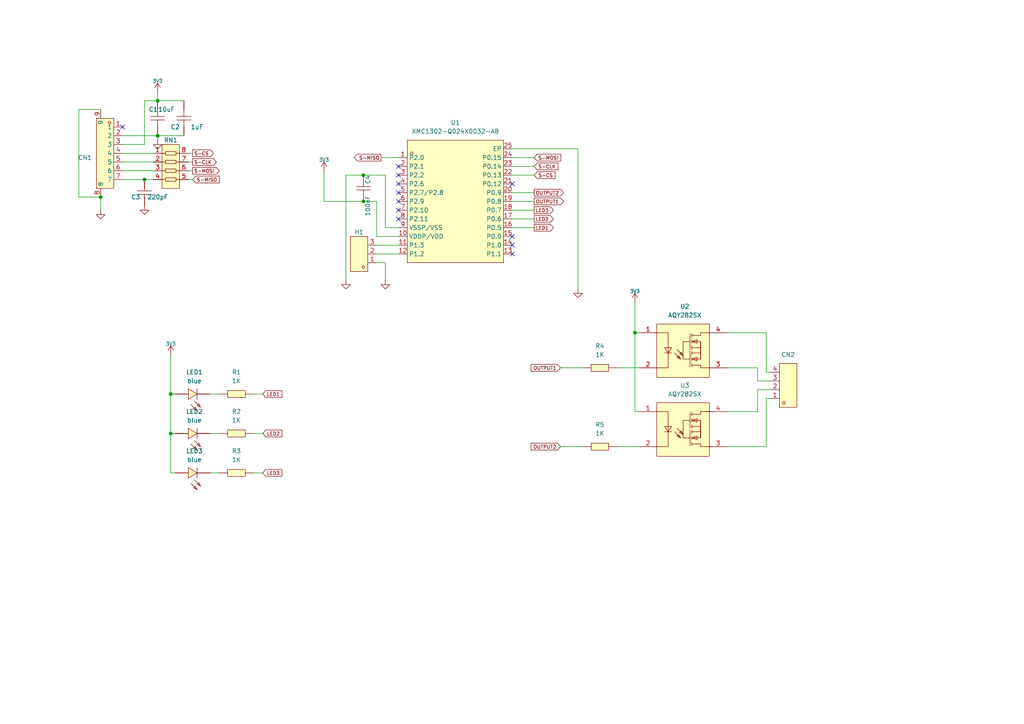
<source format=kicad_sch>
(kicad_sch (version 20230121) (generator eeschema)
  (paper "A4")
  (lib_symbols
    (symbol "AQY282SX_1" (pin_names hide)
      (property "Reference" "U" (at 0 10.16 0))
      (property "Value" "AQY282SX" (at 0 -10.16 0))
      (symbol "AQY282SX_1_0_1"
        (rectangle (start -7.62 7.62) (end 7.62 -7.87) (fill (type background)))
        (polyline (pts (xy -5.33 -0.76) (xy -3.3 -0.76)))
        (polyline (pts (xy -2.54 -0.76) (xy -0.76 -2.54)))
        (polyline (pts (xy -1.78 0.25) (xy 0 -1.52)))
        (polyline (pts (xy 0 -2.54) (xy 0 2.54)))
        (polyline (pts (xy 0 -2.54) (xy 2.03 -2.54)))
        (polyline (pts (xy 0 2.54) (xy 2.03 2.54)))
        (polyline (pts (xy 2.03 -0.25) (xy 2.03 -4.83)))
        (polyline (pts (xy 2.03 4.83) (xy 2.03 0.25)))
        (polyline (pts (xy 2.54 -4.83) (xy 2.54 -3.81)))
        (polyline (pts (xy 2.54 -3.05) (xy 2.54 -2.03)))
        (polyline (pts (xy 2.54 -0.25) (xy 2.54 -1.27)))
        (polyline (pts (xy 2.54 0.25) (xy 2.54 1.27)))
        (polyline (pts (xy 2.54 2.03) (xy 2.54 3.05)))
        (polyline (pts (xy 2.54 4.83) (xy 2.54 3.81)))
        (polyline (pts (xy 5.08 -4.32) (xy 2.54 -4.32)))
        (polyline (pts (xy 5.08 -2.54) (xy 5.08 0)))
        (polyline (pts (xy 5.08 0.76) (xy 2.54 0.76)))
        (polyline (pts (xy 6.6 -5.08) (xy 8.64 -5.08)))
        (polyline (pts (xy 6.6 5.08) (xy 8.64 5.08)))
        (polyline (pts (xy -7.62 5.08) (xy -4.32 5.08) (xy -4.32 -5.08) (xy -7.62 -5.08)))
        (polyline (pts (xy -0.76 -2.54) (xy -1.27 -1.52) (xy -1.78 -2.03) (xy -0.76 -2.54)) (fill (type background)))
        (polyline (pts (xy 0 -1.52) (xy -0.51 -0.51) (xy -1.02 -1.02) (xy 0 -1.52)) (fill (type background)))
        (polyline (pts (xy 2.54 -2.54) (xy 4.06 -3.05) (xy 4.06 -2.03) (xy 2.54 -2.54)) (fill (type background)))
        (polyline (pts (xy 2.54 2.54) (xy 4.06 2.03) (xy 4.06 3.05) (xy 2.54 2.54)) (fill (type background)))
        (polyline (pts (xy 5.08 -4.32) (xy 5.08 -4.83) (xy 5.08 -5.08) (xy 6.6 -5.08)))
        (polyline (pts (xy 5.08 -2.54) (xy 4.57 -2.54) (xy 3.56 -2.54) (xy 3.05 -2.54)))
        (polyline (pts (xy -5.33 0.76) (xy -3.3 0.76) (xy -4.32 -0.76) (xy -5.33 0.76) (xy -5.33 0.76)) (fill (type background)))
        (polyline (pts (xy 2.54 4.32) (xy 5.08 4.32) (xy 5.08 5.08) (xy 6.35 5.08) (xy 7.62 5.08)))
        (polyline (pts (xy 2.54 -0.76) (xy 5.08 -0.76) (xy 5.08 -0.51) (xy 5.08 0) (xy 5.08 2.54) (xy 5.08 0)))
        (polyline (pts (xy 2.54 2.54) (xy 5.08 2.54) (xy 5.08 1.27) (xy 5.08 0) (xy 5.08 -2.54) (xy 5.08 0)))
        (pin unspecified line (at -12.7 5.08 0) (length 5.08) (name "1") (number "1"))
        (pin unspecified line (at -12.7 -5.08 0) (length 5.08) (name "2") (number "2"))
        (pin unspecified line (at 12.7 -5.08 180) (length 5.08) (name "3") (number "3"))
        (pin unspecified line (at 12.7 5.08 180) (length 5.08) (name "4") (number "4"))
      )
    )
    (symbol "FC-DA1608BK-470H10_1" (pin_numbers hide) (pin_names hide)
      (property "Reference" "LED" (at 0 5.08 0))
      (property "Value" "FC-DA1608BK-470H10" (at 0 -5.08 0))
      (symbol "FC-DA1608BK-470H10_1_0_1"
        (polyline (pts (xy -1.27 1.52) (xy -1.27 -1.52)))
        (polyline (pts (xy -0.51 2.03) (xy -2.29 3.81)))
        (polyline (pts (xy 0.51 3.05) (xy -1.27 4.83)))
        (polyline (pts (xy -2.29 3.81) (xy -1.27 3.3) (xy -1.78 2.79) (xy -2.29 3.81)) (fill (type background)))
        (polyline (pts (xy -1.27 4.83) (xy -0.25 4.32) (xy -0.76 3.81) (xy -1.27 4.83)) (fill (type background)))
        (polyline (pts (xy 1.27 -1.52) (xy -1.27 0) (xy 1.27 1.52) (xy 1.27 -1.52)) (fill (type background)))
        (pin input line (at -5.08 0 0) (length 3.81) (name "-") (number "1"))
        (pin input line (at 5.08 0 180) (length 3.81) (name "+") (number "2"))
      )
    )
    (symbol "easyeda2kicad:0603B104K500NT" (pin_numbers hide) (pin_names hide)
      (property "Reference" "C" (at 0 5.08 0))
      (property "Value" "0603B104K500NT" (at 0 -5.08 0))
      (symbol "0603B104K500NT_0_1"
        (polyline (pts (xy -1.27 0) (xy -0.51 0)))
        (polyline (pts (xy -0.51 2.03) (xy -0.51 -2.03)))
        (polyline (pts (xy 0.51 0) (xy 1.27 0)))
        (polyline (pts (xy 0.51 2.03) (xy 0.51 -2.03)))
        (pin input line (at -3.81 0 0) (length 2.54) (name "1") (number "1"))
        (pin input line (at 3.81 0 180) (length 2.54) (name "2") (number "2"))
      )
    )
    (symbol "easyeda2kicad:AQY282SX" (pin_names hide)
      (property "Reference" "U" (at 0 10.16 0))
      (property "Value" "AQY282SX" (at 0 -10.16 0))
      (symbol "AQY282SX_0_1"
        (rectangle (start -7.62 7.62) (end 7.62 -7.87) (fill (type background)))
        (polyline (pts (xy -5.33 -0.76) (xy -3.3 -0.76)))
        (polyline (pts (xy -2.54 -0.76) (xy -0.76 -2.54)))
        (polyline (pts (xy -1.78 0.25) (xy 0 -1.52)))
        (polyline (pts (xy 0 -2.54) (xy 0 2.54)))
        (polyline (pts (xy 0 -2.54) (xy 2.03 -2.54)))
        (polyline (pts (xy 0 2.54) (xy 2.03 2.54)))
        (polyline (pts (xy 2.03 -0.25) (xy 2.03 -4.83)))
        (polyline (pts (xy 2.03 4.83) (xy 2.03 0.25)))
        (polyline (pts (xy 2.54 -4.83) (xy 2.54 -3.81)))
        (polyline (pts (xy 2.54 -3.05) (xy 2.54 -2.03)))
        (polyline (pts (xy 2.54 -0.25) (xy 2.54 -1.27)))
        (polyline (pts (xy 2.54 0.25) (xy 2.54 1.27)))
        (polyline (pts (xy 2.54 2.03) (xy 2.54 3.05)))
        (polyline (pts (xy 2.54 4.83) (xy 2.54 3.81)))
        (polyline (pts (xy 5.08 -4.32) (xy 2.54 -4.32)))
        (polyline (pts (xy 5.08 -2.54) (xy 5.08 0)))
        (polyline (pts (xy 5.08 0.76) (xy 2.54 0.76)))
        (polyline (pts (xy 6.6 -5.08) (xy 8.64 -5.08)))
        (polyline (pts (xy 6.6 5.08) (xy 8.64 5.08)))
        (polyline (pts (xy -7.62 5.08) (xy -4.32 5.08) (xy -4.32 -5.08) (xy -7.62 -5.08)))
        (polyline (pts (xy -0.76 -2.54) (xy -1.27 -1.52) (xy -1.78 -2.03) (xy -0.76 -2.54)) (fill (type background)))
        (polyline (pts (xy 0 -1.52) (xy -0.51 -0.51) (xy -1.02 -1.02) (xy 0 -1.52)) (fill (type background)))
        (polyline (pts (xy 2.54 -2.54) (xy 4.06 -3.05) (xy 4.06 -2.03) (xy 2.54 -2.54)) (fill (type background)))
        (polyline (pts (xy 2.54 2.54) (xy 4.06 2.03) (xy 4.06 3.05) (xy 2.54 2.54)) (fill (type background)))
        (polyline (pts (xy 5.08 -4.32) (xy 5.08 -4.83) (xy 5.08 -5.08) (xy 6.6 -5.08)))
        (polyline (pts (xy 5.08 -2.54) (xy 4.57 -2.54) (xy 3.56 -2.54) (xy 3.05 -2.54)))
        (polyline (pts (xy -5.33 0.76) (xy -3.3 0.76) (xy -4.32 -0.76) (xy -5.33 0.76) (xy -5.33 0.76)) (fill (type background)))
        (polyline (pts (xy 2.54 4.32) (xy 5.08 4.32) (xy 5.08 5.08) (xy 6.35 5.08) (xy 7.62 5.08)))
        (polyline (pts (xy 2.54 -0.76) (xy 5.08 -0.76) (xy 5.08 -0.51) (xy 5.08 0) (xy 5.08 2.54) (xy 5.08 0)))
        (polyline (pts (xy 2.54 2.54) (xy 5.08 2.54) (xy 5.08 1.27) (xy 5.08 0) (xy 5.08 -2.54) (xy 5.08 0)))
        (pin unspecified line (at -12.7 5.08 0) (length 5.08) (name "1") (number "1"))
        (pin unspecified line (at -12.7 -5.08 0) (length 5.08) (name "2") (number "2"))
        (pin unspecified line (at 12.7 -5.08 180) (length 5.08) (name "3") (number "3"))
        (pin unspecified line (at 12.7 5.08 180) (length 5.08) (name "4") (number "4"))
      )
    )
    (symbol "easyeda2kicad:CC0402KRX7R9BB221" (pin_numbers hide) (pin_names hide)
      (property "Reference" "C" (at 0 5.08 0))
      (property "Value" "CC0402KRX7R9BB221" (at 0 -5.08 0))
      (symbol "CC0402KRX7R9BB221_0_1"
        (polyline (pts (xy -1.27 0) (xy -0.51 0)))
        (polyline (pts (xy -0.51 2.03) (xy -0.51 -2.03)))
        (polyline (pts (xy 0.51 0) (xy 1.27 0)))
        (polyline (pts (xy 0.51 2.03) (xy 0.51 -2.03)))
        (pin input line (at -3.81 0 0) (length 2.54) (name "1") (number "1"))
        (pin input line (at 3.81 0 180) (length 2.54) (name "2") (number "2"))
      )
    )
    (symbol "easyeda2kicad:CRA034RJ82RP05" (pin_names hide)
      (property "Reference" "RN" (at 0 7.62 0))
      (property "Value" "CRA034RJ82RP05" (at 0 -10.16 0))
      (symbol "CRA034RJ82RP05_0_1"
        (rectangle (start -2.54 5.08) (end 2.54 -7.62) (fill (type background)))
        (rectangle (start -1.52 -4.57) (end 1.52 -5.59) (fill (type background)))
        (rectangle (start -1.52 -2.03) (end 1.52 -3.05) (fill (type background)))
        (rectangle (start -1.52 0.51) (end 1.52 -0.51) (fill (type background)))
        (rectangle (start -1.52 3.05) (end 1.52 2.03) (fill (type background)))
        (polyline (pts (xy -2.54 -5.08) (xy -1.52 -5.08)))
        (polyline (pts (xy -2.54 -2.54) (xy -1.52 -2.54)))
        (polyline (pts (xy -2.54 0) (xy -1.52 0)))
        (polyline (pts (xy -1.52 2.54) (xy -2.54 2.54)))
        (polyline (pts (xy 1.52 -5.08) (xy 2.54 -5.08)))
        (polyline (pts (xy 1.52 -2.54) (xy 2.54 -2.54)))
        (polyline (pts (xy 1.52 0) (xy 2.54 0)))
        (polyline (pts (xy 1.52 2.54) (xy 2.54 2.54)))
        (pin unspecified line (at -5.08 2.54 0) (length 2.54) (name "1") (number "1"))
        (pin unspecified line (at -5.08 0 0) (length 2.54) (name "2") (number "2"))
        (pin unspecified line (at -5.08 -2.54 0) (length 2.54) (name "3") (number "3"))
        (pin unspecified line (at -5.08 -5.08 0) (length 2.54) (name "4") (number "4"))
        (pin unspecified line (at 5.08 -5.08 180) (length 2.54) (name "5") (number "5"))
        (pin unspecified line (at 5.08 -2.54 180) (length 2.54) (name "6") (number "6"))
        (pin unspecified line (at 5.08 0 180) (length 2.54) (name "7") (number "7"))
        (pin unspecified line (at 5.08 2.54 180) (length 2.54) (name "8") (number "8"))
      )
    )
    (symbol "easyeda2kicad:CS1608X7R105K250NRB" (pin_numbers hide) (pin_names hide)
      (property "Reference" "C" (at 0 5.08 0))
      (property "Value" "CS1608X7R105K250NRB" (at 0 -5.08 0))
      (symbol "CS1608X7R105K250NRB_0_1"
        (polyline (pts (xy -0.51 -2.03) (xy -0.51 2.03)))
        (polyline (pts (xy -0.51 0) (xy -2.54 0)))
        (polyline (pts (xy 0.51 2.03) (xy 0.51 -2.03)))
        (polyline (pts (xy 2.54 0) (xy 0.51 0)))
        (pin unspecified line (at -5.08 0 0) (length 2.54) (name "1") (number "1"))
        (pin unspecified line (at 5.08 0 180) (length 2.54) (name "2") (number "2"))
      )
    )
    (symbol "easyeda2kicad:CS2012X7R106K100NRE" (pin_numbers hide) (pin_names hide)
      (property "Reference" "C" (at 0 5.08 0))
      (property "Value" "CS2012X7R106K100NRE" (at 0 -5.08 0))
      (symbol "CS2012X7R106K100NRE_0_1"
        (polyline (pts (xy -0.51 -2.03) (xy -0.51 2.03)))
        (polyline (pts (xy -0.51 0) (xy -2.54 0)))
        (polyline (pts (xy 0.51 2.03) (xy 0.51 -2.03)))
        (polyline (pts (xy 2.54 0) (xy 0.51 0)))
        (pin unspecified line (at -5.08 0 0) (length 2.54) (name "1") (number "1"))
        (pin unspecified line (at 5.08 0 180) (length 2.54) (name "2") (number "2"))
      )
    )
    (symbol "easyeda2kicad:DB2ERC-3.81-4P" (pin_names hide)
      (property "Reference" "CN" (at 0 8.89 0))
      (property "Value" "DB2ERC-3.81-4P" (at 0 -8.89 0))
      (symbol "DB2ERC-3.81-4P_0_1"
        (rectangle (start -2.54 6.35) (end 2.54 -6.35) (fill (type background)))
        (circle (center -1.27 5.08) (radius 0.38))
        (pin unspecified line (at -5.08 3.81 0) (length 2.54) (name "1") (number "1"))
        (pin unspecified line (at -5.08 1.27 0) (length 2.54) (name "2") (number "2"))
        (pin unspecified line (at -5.08 -1.27 0) (length 2.54) (name "3") (number "3"))
        (pin unspecified line (at -5.08 -3.81 0) (length 2.54) (name "4") (number "4"))
      )
    )
    (symbol "easyeda2kicad:FC-DA1608BK-470H10" (pin_numbers hide) (pin_names hide)
      (property "Reference" "LED" (at 0 5.08 0))
      (property "Value" "FC-DA1608BK-470H10" (at 0 -5.08 0))
      (symbol "FC-DA1608BK-470H10_0_1"
        (polyline (pts (xy -1.27 1.52) (xy -1.27 -1.52)))
        (polyline (pts (xy -0.51 2.03) (xy -2.29 3.81)))
        (polyline (pts (xy 0.51 3.05) (xy -1.27 4.83)))
        (polyline (pts (xy -2.29 3.81) (xy -1.27 3.3) (xy -1.78 2.79) (xy -2.29 3.81)) (fill (type background)))
        (polyline (pts (xy -1.27 4.83) (xy -0.25 4.32) (xy -0.76 3.81) (xy -1.27 4.83)) (fill (type background)))
        (polyline (pts (xy 1.27 -1.52) (xy -1.27 0) (xy 1.27 1.52) (xy 1.27 -1.52)) (fill (type background)))
        (pin input line (at -5.08 0 0) (length 3.81) (name "-") (number "1"))
        (pin input line (at 5.08 0 180) (length 3.81) (name "+") (number "2"))
      )
    )
    (symbol "easyeda2kicad:HC-GH-7PWTKK"
      (property "Reference" "CN" (at 0 17.78 0))
      (property "Value" "HC-GH-7PWTKK" (at 0 -17.78 0))
      (symbol "HC-GH-7PWTKK_0_1"
        (rectangle (start -2.54 10.16) (end 2.54 -10.16) (fill (type background)))
        (circle (center -1.27 8.89) (radius 0.38))
        (pin unspecified line (at -5.08 7.62 0) (length 2.54) (name "1") (number "1"))
        (pin unspecified line (at -5.08 5.08 0) (length 2.54) (name "2") (number "2"))
        (pin unspecified line (at -5.08 2.54 0) (length 2.54) (name "3") (number "3"))
        (pin unspecified line (at -5.08 0 0) (length 2.54) (name "4") (number "4"))
        (pin unspecified line (at -5.08 -2.54 0) (length 2.54) (name "5") (number "5"))
        (pin unspecified line (at -5.08 -5.08 0) (length 2.54) (name "6") (number "6"))
        (pin unspecified line (at -5.08 -7.62 0) (length 2.54) (name "7") (number "7"))
        (pin unspecified line (at 1.27 -12.7 90) (length 2.54) (name "8") (number "8"))
        (pin unspecified line (at 1.27 12.7 270) (length 2.54) (name "9") (number "9"))
      )
    )
    (symbol "easyeda2kicad:Resistor-0603-1K" (pin_numbers hide) (pin_names hide)
      (property "Reference" "R" (at 0 5.08 0))
      (property "Value" "Resistor-0603-1K" (at 0 -5.08 0))
      (symbol "Resistor-0603-1K_0_1"
        (rectangle (start -2.54 1.02) (end 2.54 -1.02) (fill (type background)))
        (pin input line (at -5.08 0 0) (length 2.54) (name "1") (number "1"))
        (pin input line (at 5.08 0 180) (length 2.54) (name "2") (number "2"))
      )
    )
    (symbol "easyeda2kicad:X1311WV-03J-C18D27" (pin_names hide)
      (property "Reference" "U" (at 0 7.62 0))
      (property "Value" "X1311WV-03J-C18D27" (at 0 -7.62 0))
      (symbol "X1311WV-03J-C18D27_0_1"
        (rectangle (start -2.54 5.08) (end 2.54 -5.08) (fill (type background)))
        (circle (center -1.27 3.81) (radius 0.38))
        (pin unspecified line (at -5.08 2.54 0) (length 2.54) (name "1") (number "1"))
        (pin unspecified line (at -5.08 0 0) (length 2.54) (name "2") (number "2"))
        (pin unspecified line (at -5.08 -2.54 0) (length 2.54) (name "3") (number "3"))
      )
    )
    (symbol "easyeda2kicad:XMC1302-Q024X0032-AB"
      (property "Reference" "U" (at 0 20.32 0))
      (property "Value" "XMC1302-Q024X0032-AB" (at 0 -20.32 0))
      (symbol "XMC1302-Q024X0032-AB_0_1"
        (rectangle (start -13.97 17.78) (end 13.97 -17.78) (fill (type background)))
        (circle (center -12.7 13.97) (radius 0.38))
        (pin unspecified line (at -16.51 12.7 0) (length 2.54) (name "P2.0") (number "1"))
        (pin unspecified line (at -16.51 -10.16 0) (length 2.54) (name "VDDP/VDD") (number "10"))
        (pin unspecified line (at -16.51 -12.7 0) (length 2.54) (name "P1.3") (number "11"))
        (pin unspecified line (at -16.51 -15.24 0) (length 2.54) (name "P1.2") (number "12"))
        (pin unspecified line (at 16.51 -15.24 180) (length 2.54) (name "P1.1") (number "13"))
        (pin unspecified line (at 16.51 -12.7 180) (length 2.54) (name "P1.0") (number "14"))
        (pin unspecified line (at 16.51 -10.16 180) (length 2.54) (name "P0.0") (number "15"))
        (pin unspecified line (at 16.51 -7.62 180) (length 2.54) (name "P0.5") (number "16"))
        (pin unspecified line (at 16.51 -5.08 180) (length 2.54) (name "P0.6") (number "17"))
        (pin unspecified line (at 16.51 -2.54 180) (length 2.54) (name "P0.7") (number "18"))
        (pin unspecified line (at 16.51 0 180) (length 2.54) (name "P0.8") (number "19"))
        (pin unspecified line (at -16.51 10.16 0) (length 2.54) (name "P2.1") (number "2"))
        (pin unspecified line (at 16.51 2.54 180) (length 2.54) (name "P0.9") (number "20"))
        (pin unspecified line (at 16.51 5.08 180) (length 2.54) (name "P0.12") (number "21"))
        (pin unspecified line (at 16.51 7.62 180) (length 2.54) (name "P0.13") (number "22"))
        (pin unspecified line (at 16.51 10.16 180) (length 2.54) (name "P0.14") (number "23"))
        (pin unspecified line (at 16.51 12.7 180) (length 2.54) (name "P0.15") (number "24"))
        (pin unspecified line (at 16.51 15.24 180) (length 2.54) (name "EP") (number "25"))
        (pin unspecified line (at -16.51 7.62 0) (length 2.54) (name "P2.2") (number "3"))
        (pin unspecified line (at -16.51 5.08 0) (length 2.54) (name "P2.6") (number "4"))
        (pin unspecified line (at -16.51 2.54 0) (length 2.54) (name "P2.7/P2.8") (number "5"))
        (pin unspecified line (at -16.51 0 0) (length 2.54) (name "P2.9") (number "6"))
        (pin unspecified line (at -16.51 -2.54 0) (length 2.54) (name "P2.10") (number "7"))
        (pin unspecified line (at -16.51 -5.08 0) (length 2.54) (name "P2.11") (number "8"))
        (pin unspecified line (at -16.51 -7.62 0) (length 2.54) (name "VSSP/VSS") (number "9"))
      )
    )
    (symbol "tinkerforge:3V3" (power) (pin_names (offset 0))
      (property "Value" "3V3" (at 0 3.556 0))
      (symbol "3V3_0_1"
        (polyline (pts (xy -0.762 1.27) (xy 0 2.54)))
        (polyline (pts (xy 0 0) (xy 0 2.54)))
        (polyline (pts (xy 0 2.54) (xy 0.762 1.27)))
      )
      (symbol "3V3_1_1"
        (pin power_in line (at 0 0 90) (length 0) hide (name "3V3") (number "1"))
      )
    )
    (symbol "tinkerforge:GND" (power) (pin_names (offset 0))
      (property "Value" "GND" (at 0 -5.08 0))
      (symbol "GND_0_1"
        (polyline (pts (xy 0 0) (xy 0 -1.27) (xy 1.27 -1.27) (xy 0 -2.54) (xy -1.27 -1.27) (xy 0 -1.27)))
      )
      (symbol "GND_1_1"
        (pin power_in line (at 0 0 270) (length 0) hide (name "GND") (number "1"))
      )
    )
  )
  (junction (at 184.15 96.52))
  (junction (at 29.21 57.15))
  (junction (at 49.53 114.3))
  (junction (at 105.41 58.42))
  (junction (at 105.41 50.8))
  (junction (at 45.72 29.21))
  (junction (at 41.91 52.07))
  (junction (at 49.53 125.73))
  (junction (at 45.72 39.37))
  (no_connect (at 148.59 73.66))
  (no_connect (at 35.56 36.83))
  (no_connect (at 148.59 71.12))
  (no_connect (at 148.59 68.58))
  (no_connect (at 115.57 58.42))
  (no_connect (at 115.57 53.34))
  (no_connect (at 148.59 53.34))
  (no_connect (at 115.57 55.88))
  (no_connect (at 115.57 48.26))
  (no_connect (at 115.57 50.8))
  (no_connect (at 115.57 63.5))
  (no_connect (at 115.57 60.96))
  (wire (pts (xy 111.76 66.04) (xy 111.76 50.8)))
  (wire (pts (xy 49.53 114.3) (xy 49.53 125.73)))
  (wire (pts (xy 184.15 96.52) (xy 185.42 96.52)))
  (wire (pts (xy 100.33 50.8) (xy 105.41 50.8)))
  (wire (pts (xy 210.82 119.38) (xy 219.71 119.38)))
  (wire (pts (xy 148.59 58.42) (xy 154.94 58.42)))
  (wire (pts (xy 29.21 60.96) (xy 29.21 57.15)))
  (wire (pts (xy 55.88 52.07) (xy 54.61 52.07)))
  (wire (pts (xy 167.64 43.18) (xy 167.64 83.82)))
  (wire (pts (xy 49.53 102.87) (xy 49.53 114.3)))
  (wire (pts (xy 60.96 125.73) (xy 63.5 125.73)))
  (wire (pts (xy 35.56 49.53) (xy 44.45 49.53)))
  (wire (pts (xy 210.82 129.54) (xy 222.25 129.54)))
  (wire (pts (xy 109.22 58.42) (xy 109.22 68.58)))
  (wire (pts (xy 41.91 29.21) (xy 41.91 41.91)))
  (wire (pts (xy 148.59 60.96) (xy 154.94 60.96)))
  (wire (pts (xy 49.53 125.73) (xy 50.8 125.73)))
  (wire (pts (xy 49.53 137.16) (xy 49.53 125.73)))
  (wire (pts (xy 210.82 96.52) (xy 222.25 96.52)))
  (wire (pts (xy 109.22 71.12) (xy 115.57 71.12)))
  (wire (pts (xy 109.22 73.66) (xy 115.57 73.66)))
  (wire (pts (xy 60.96 137.16) (xy 63.5 137.16)))
  (wire (pts (xy 100.33 50.8) (xy 100.33 81.28)))
  (wire (pts (xy 148.59 63.5) (xy 154.94 63.5)))
  (wire (pts (xy 179.07 106.68) (xy 185.42 106.68)))
  (wire (pts (xy 54.61 44.45) (xy 55.88 44.45)))
  (wire (pts (xy 49.53 137.16) (xy 50.8 137.16)))
  (wire (pts (xy 73.66 114.3) (xy 76.2 114.3)))
  (wire (pts (xy 45.72 29.21) (xy 53.34 29.21)))
  (wire (pts (xy 73.66 137.16) (xy 76.2 137.16)))
  (wire (pts (xy 219.71 106.68) (xy 219.71 110.49)))
  (wire (pts (xy 35.56 44.45) (xy 44.45 44.45)))
  (wire (pts (xy 41.91 29.21) (xy 45.72 29.21)))
  (wire (pts (xy 148.59 55.88) (xy 154.94 55.88)))
  (wire (pts (xy 35.56 39.37) (xy 45.72 39.37)))
  (wire (pts (xy 115.57 66.04) (xy 111.76 66.04)))
  (wire (pts (xy 148.59 43.18) (xy 167.64 43.18)))
  (wire (pts (xy 73.66 125.73) (xy 76.2 125.73)))
  (wire (pts (xy 148.59 48.26) (xy 154.94 48.26)))
  (wire (pts (xy 219.71 113.03) (xy 223.52 113.03)))
  (wire (pts (xy 110.49 45.72) (xy 115.57 45.72)))
  (wire (pts (xy 179.07 129.54) (xy 185.42 129.54)))
  (wire (pts (xy 222.25 115.57) (xy 223.52 115.57)))
  (wire (pts (xy 45.72 39.37) (xy 45.72 40.64)))
  (wire (pts (xy 93.98 49.53) (xy 93.98 58.42)))
  (wire (pts (xy 35.56 52.07) (xy 41.91 52.07)))
  (wire (pts (xy 162.56 106.68) (xy 168.91 106.68)))
  (wire (pts (xy 222.25 107.95) (xy 223.52 107.95)))
  (wire (pts (xy 148.59 50.8) (xy 154.94 50.8)))
  (wire (pts (xy 41.91 41.91) (xy 35.56 41.91)))
  (wire (pts (xy 184.15 87.63) (xy 184.15 96.52)))
  (wire (pts (xy 54.61 49.53) (xy 55.88 49.53)))
  (wire (pts (xy 45.72 39.37) (xy 53.34 39.37)))
  (wire (pts (xy 219.71 119.38) (xy 219.71 113.03)))
  (wire (pts (xy 162.56 129.54) (xy 168.91 129.54)))
  (wire (pts (xy 35.56 46.99) (xy 44.45 46.99)))
  (wire (pts (xy 109.22 68.58) (xy 115.57 68.58)))
  (wire (pts (xy 184.15 96.52) (xy 184.15 119.38)))
  (wire (pts (xy 111.76 76.2) (xy 111.76 81.28)))
  (wire (pts (xy 60.96 114.3) (xy 63.5 114.3)))
  (wire (pts (xy 55.88 46.99) (xy 54.61 46.99)))
  (wire (pts (xy 109.22 76.2) (xy 111.76 76.2)))
  (wire (pts (xy 22.86 31.75) (xy 22.86 57.15)))
  (wire (pts (xy 45.72 26.67) (xy 45.72 29.21)))
  (wire (pts (xy 222.25 129.54) (xy 222.25 115.57)))
  (wire (pts (xy 210.82 106.68) (xy 219.71 106.68)))
  (wire (pts (xy 148.59 66.04) (xy 154.94 66.04)))
  (wire (pts (xy 41.91 52.07) (xy 44.45 52.07)))
  (wire (pts (xy 49.53 114.3) (xy 50.8 114.3)))
  (wire (pts (xy 22.86 57.15) (xy 29.21 57.15)))
  (wire (pts (xy 219.71 110.49) (xy 223.52 110.49)))
  (wire (pts (xy 93.98 58.42) (xy 105.41 58.42)))
  (wire (pts (xy 148.59 45.72) (xy 154.94 45.72)))
  (wire (pts (xy 222.25 96.52) (xy 222.25 107.95)))
  (wire (pts (xy 109.22 58.42) (xy 105.41 58.42)))
  (wire (pts (xy 184.15 119.38) (xy 185.42 119.38)))
  (wire (pts (xy 29.21 31.75) (xy 22.86 31.75)))
  (wire (pts (xy 111.76 50.8) (xy 105.41 50.8)))
  (global_label "LED2" (shape output) (at 154.94 63.5 0) (effects (font (size 1 1))) (property "Intersheetrefs" "${INTERSHEET_REFS}" (effects hide)))
  (global_label "OUTPUT1" (shape input) (at 162.56 106.68 180) (effects (font (size 1 1))) (property "Intersheetrefs" "${INTERSHEET_REFS}" (effects hide)))
  (global_label "S-CLK" (shape output) (at 55.88 46.99 0) (effects (font (size 1 1))) (property "Intersheetrefs" "${INTERSHEET_REFS}" (effects hide)))
  (global_label "S-CLK" (shape input) (at 154.94 48.26 0) (effects (font (size 1 1))) (property "Intersheetrefs" "${INTERSHEET_REFS}" (effects hide)))
  (global_label "LED3" (shape input) (at 76.2 137.16 0) (effects (font (size 1 1))) (property "Intersheetrefs" "${INTERSHEET_REFS}" (effects hide)))
  (global_label "S-CS" (shape input) (at 154.94 50.8 0) (effects (font (size 1 1))) (property "Intersheetrefs" "${INTERSHEET_REFS}" (effects hide)))
  (global_label "S-MISO" (shape input) (at 55.88 52.07 0) (effects (font (size 1 1))) (property "Intersheetrefs" "${INTERSHEET_REFS}" (effects hide)))
  (global_label "OUTPUT2" (shape output) (at 154.94 55.88 0) (effects (font (size 1 1))) (property "Intersheetrefs" "${INTERSHEET_REFS}" (effects hide)))
  (global_label "LED2" (shape input) (at 76.2 125.73 0) (effects (font (size 1 1))) (property "Intersheetrefs" "${INTERSHEET_REFS}" (effects hide)))
  (global_label "LED1" (shape output) (at 154.94 66.04 0) (effects (font (size 1 1))) (property "Intersheetrefs" "${INTERSHEET_REFS}" (effects hide)))
  (global_label "LED3" (shape output) (at 154.94 60.96 0) (effects (font (size 1 1))) (property "Intersheetrefs" "${INTERSHEET_REFS}" (effects hide)))
  (global_label "OUTPUT1" (shape output) (at 154.94 58.42 0) (effects (font (size 1 1))) (property "Intersheetrefs" "${INTERSHEET_REFS}" (effects hide)))
  (global_label "S-MISO" (shape output) (at 110.49 45.72 180) (effects (font (size 1 1))) (property "Intersheetrefs" "${INTERSHEET_REFS}" (effects hide)))
  (global_label "OUTPUT2" (shape input) (at 162.56 129.54 180) (effects (font (size 1 1))) (property "Intersheetrefs" "${INTERSHEET_REFS}" (effects hide)))
  (global_label "S-MOSI" (shape output) (at 55.88 49.53 0) (effects (font (size 1 1))) (property "Intersheetrefs" "${INTERSHEET_REFS}" (effects hide)))
  (global_label "S-MOSI" (shape input) (at 154.94 45.72 0) (effects (font (size 1 1))) (property "Intersheetrefs" "${INTERSHEET_REFS}" (effects hide)))
  (global_label "LED1" (shape input) (at 76.2 114.3 0) (effects (font (size 1 1))) (property "Intersheetrefs" "${INTERSHEET_REFS}" (effects hide)))
  (global_label "S-CS" (shape output) (at 55.88 44.45 0) (effects (font (size 1 1))) (property "Intersheetrefs" "${INTERSHEET_REFS}" (effects hide)))
  (symbol (lib_id "easyeda2kicad:Resistor-0603-1K") (at 68.58 125.73 0) (unit 1)
    (property "Reference" "R2" (at 68.58 119.38 0))
    (property "Value" "1K" (at 68.58 121.92 0))
    (property "Footprint" "easyeda2kicad:R0603" (effects hide))
    (property "Datasheet" "https://lcsc.com/product-detail/Chip-Resistor-Surface-Mount_1KR-1001-1_C22548.html" (effects hide))
    (property "LCSC Part" "C22548" (effects hide))
  )
  (symbol (lib_id "tinkerforge:GND") (at 29.21 60.96 0) (unit 1)
    (property "Reference" "#PWR01" (effects hide))
    (property "Value" "GND" (effects hide))
  )
  (symbol (lib_id "easyeda2kicad:CS2012X7R106K100NRE") (at 45.72 34.29 270) (unit 1)
    (property "Reference" "C1" (at 44.45 31.75 90))
    (property "Value" "10uF" (at 48.26 31.75 90))
    (property "Footprint" "easyeda2kicad:C0805" (effects hide))
    (property "LCSC Part" "C1222438" (effects hide))
  )
  (symbol (lib_name "FC-DA1608BK-470H10_1") (lib_id "easyeda2kicad:FC-DA1608BK-470H10") (at 55.88 125.73 180) (unit 1)
    (property "Reference" "LED2" (at 56.39 119.38 0))
    (property "Value" "blue" (at 56.39 121.92 0))
    (property "Footprint" "easyeda2kicad:LED0603-RD" (effects hide))
    (property "Datasheet" "https://lcsc.com/product-detail/Light-Emitting-Diodes-LED_Blue-light-SMDLED-80-180mcd_C84266.html" (effects hide))
    (property "LCSC Part" "C84266" (effects hide))
  )
  (symbol (lib_id "tinkerforge:3V3") (at 45.72 26.67 0) (unit 1)
    (property "Reference" "#PWR03" (effects hide))
    (property "Value" "3V3" (at 45.72 23.495 0) (effects (font (size 1.016 1.016))))
  )
  (symbol (lib_id "tinkerforge:3V3") (at 184.15 87.63 0) (unit 1)
    (property "Reference" "#PWR05" (effects hide))
    (property "Value" "3V3" (at 184.15 84.455 0) (effects (font (size 1.016 1.016))))
  )
  (symbol (lib_id "easyeda2kicad:Resistor-0603-1K") (at 173.99 129.54 0) (unit 1)
    (property "Reference" "R5" (at 173.99 123.19 0))
    (property "Value" "1K" (at 173.99 125.73 0))
    (property "Footprint" "easyeda2kicad:R0603" (effects hide))
    (property "Datasheet" "https://lcsc.com/product-detail/Chip-Resistor-Surface-Mount_1KR-1001-1_C22548.html" (effects hide))
    (property "LCSC Part" "C22548" (effects hide))
  )
  (symbol (lib_id "tinkerforge:GND") (at 167.64 83.82 0) (unit 1)
    (property "Reference" "#PWR08" (effects hide))
    (property "Value" "GND" (effects hide))
  )
  (symbol (lib_id "easyeda2kicad:X1311WV-03J-C18D27") (at 104.14 73.66 180) (unit 1)
    (property "Reference" "H1" (at 104.14 67.31 0))
    (property "Value" "X1311WV-03J-C18D27" (effects hide))
    (property "Footprint" "easyeda2kicad:HDR-TH_3P-P1.27-V-M" (effects hide))
    (property "LCSC Part" "C2881648" (effects hide))
  )
  (symbol (lib_id "easyeda2kicad:CS1608X7R105K250NRB") (at 53.34 34.29 270) (unit 1)
    (property "Reference" "C2" (at 50.8 36.83 90))
    (property "Value" "1uF" (at 57.15 36.83 90))
    (property "Footprint" "easyeda2kicad:C0603" (effects hide))
    (property "Datasheet" "https://lcsc.com/product-detail/Multilayer-Ceramic-Capacitors-MLCC-SMD-SMT_Samwha-Capacitor-CS1608X7R105K250NRB_C513775.html" (effects hide))
    (property "LCSC Part" "C513775" (effects hide))
  )
  (symbol (lib_id "tinkerforge:GND") (at 100.33 81.28 0) (unit 1)
    (property "Reference" "#PWR010" (effects hide))
    (property "Value" "GND" (effects hide))
  )
  (symbol (lib_id "easyeda2kicad:CC0402KRX7R9BB221") (at 41.91 55.88 270) (unit 1)
    (property "Reference" "C3" (at 39.37 57.15 90))
    (property "Value" "220pF" (at 45.72 57.15 90))
    (property "Footprint" "easyeda2kicad:C0402" (effects hide))
    (property "Datasheet" "https://lcsc.com/product-detail/Multilayer-Ceramic-Capacitors-MLCC-SMD-SMT_220pF-221-10-50V_C107025.html" (effects hide))
    (property "LCSC Part" "C107025" (effects hide))
  )
  (symbol (lib_id "easyeda2kicad:DB2ERC-3.81-4P") (at 228.6 111.76 0) (mirror x) (unit 1)
    (property "Reference" "CN2" (at 228.6 102.87 0))
    (property "Value" "DB2ERC-3.81-4P" (effects hide))
    (property "Footprint" "easyeda2kicad:CONN-TH_4P-P3.81_DB2ERC-3.81-4P" (effects hide))
    (property "Datasheet" "https://lcsc.com/product-detail/Pluggable-System-Terminal-Block_DIBO-DB2ERC-3-81-4P_C395698.html" (effects hide))
    (property "LCSC Part" "C395698" (effects hide))
  )
  (symbol (lib_id "easyeda2kicad:0603B104K500NT") (at 105.41 54.61 270) (unit 1)
    (property "Reference" "C4" (at 106.68 52.07 0))
    (property "Value" "100nF" (at 106.68 59.69 0))
    (property "Footprint" "easyeda2kicad:C0603" (effects hide))
    (property "Datasheet" "https://lcsc.com/product-detail/Multilayer-Ceramic-Capacitors-MLCC-SMD-SMT_100nF-104-10-50V-X7R_C30926.html" (effects hide))
    (property "LCSC Part" "C30926" (effects hide))
  )
  (symbol (lib_id "easyeda2kicad:FC-DA1608BK-470H10") (at 55.88 114.3 180) (unit 1)
    (property "Reference" "LED1" (at 56.39 107.95 0))
    (property "Value" "blue" (at 56.39 110.49 0))
    (property "Footprint" "easyeda2kicad:LED0603-RD" (effects hide))
    (property "Datasheet" "https://lcsc.com/product-detail/Light-Emitting-Diodes-LED_Blue-light-SMDLED-80-180mcd_C84266.html" (effects hide))
    (property "LCSC Part" "C84266" (effects hide))
  )
  (symbol (lib_id "easyeda2kicad:Resistor-0603-1K") (at 68.58 137.16 0) (unit 1)
    (property "Reference" "R3" (at 68.58 130.81 0))
    (property "Value" "1K" (at 68.58 133.35 0))
    (property "Footprint" "easyeda2kicad:R0603" (effects hide))
    (property "Datasheet" "https://lcsc.com/product-detail/Chip-Resistor-Surface-Mount_1KR-1001-1_C22548.html" (effects hide))
    (property "LCSC Part" "C22548" (effects hide))
  )
  (symbol (lib_id "tinkerforge:GND") (at 45.72 40.64 0) (unit 1)
    (property "Reference" "#PWR04" (effects hide))
    (property "Value" "GND" (effects hide))
  )
  (symbol (lib_name "FC-DA1608BK-470H10_1") (lib_id "easyeda2kicad:FC-DA1608BK-470H10") (at 55.88 137.16 180) (unit 1)
    (property "Reference" "LED3" (at 56.39 130.81 0))
    (property "Value" "blue" (at 56.39 133.35 0))
    (property "Footprint" "easyeda2kicad:LED0603-RD" (effects hide))
    (property "Datasheet" "https://lcsc.com/product-detail/Light-Emitting-Diodes-LED_Blue-light-SMDLED-80-180mcd_C84266.html" (effects hide))
    (property "LCSC Part" "C84266" (effects hide))
  )
  (symbol (lib_id "tinkerforge:GND") (at 111.76 81.28 0) (unit 1)
    (property "Reference" "#PWR07" (effects hide))
    (property "Value" "GND" (effects hide))
  )
  (symbol (lib_name "AQY282SX_1") (lib_id "easyeda2kicad:AQY282SX") (at 198.12 101.6 0) (unit 1)
    (property "Reference" "U2" (at 198.63 88.9 0))
    (property "Value" "AQY282SX" (at 198.63 91.44 0))
    (property "Footprint" "easyeda2kicad:SOP-4_L4.3-W4.4-P2.54-LS7.0-BL" (effects hide))
    (property "LCSC Part" "C250827" (effects hide))
  )
  (symbol (lib_id "tinkerforge:3V3") (at 49.53 102.87 0) (unit 1)
    (property "Reference" "#PWR06" (effects hide))
    (property "Value" "3V3" (at 49.53 99.695 0) (effects (font (size 1.016 1.016))))
  )
  (symbol (lib_id "easyeda2kicad:HC-GH-7PWTKK") (at 30.48 44.45 0) (mirror y) (unit 1)
    (property "Reference" "CN1" (at 26.67 45.72 0) (effects (justify left)))
    (property "Value" "HC-GH-7PWTKK" (effects hide))
    (property "Footprint" "easyeda2kicad:CONN-SMD_7P-P1.25_HCTL_HC-GH-7PWTKK" (effects hide))
    (property "LCSC Part" "C3011949" (effects hide))
  )
  (symbol (lib_id "easyeda2kicad:XMC1302-Q024X0032-AB") (at 132.08 58.42 0) (unit 1)
    (property "Reference" "U1" (at 132.08 35.56 0))
    (property "Value" "XMC1302-Q024X0032-AB" (at 132.08 38.1 0))
    (property "Footprint" "easyeda2kicad:VQFN-24_L4.0-W4.0-P0.50-TL-EP2.7" (effects hide))
    (property "LCSC Part" "C5121285" (effects hide))
  )
  (symbol (lib_id "easyeda2kicad:Resistor-0603-1K") (at 173.99 106.68 0) (unit 1)
    (property "Reference" "R4" (at 173.99 100.33 0))
    (property "Value" "1K" (at 173.99 102.87 0))
    (property "Footprint" "easyeda2kicad:R0603" (effects hide))
    (property "Datasheet" "https://lcsc.com/product-detail/Chip-Resistor-Surface-Mount_1KR-1001-1_C22548.html" (effects hide))
    (property "LCSC Part" "C22548" (effects hide))
  )
  (symbol (lib_id "tinkerforge:3V3") (at 93.98 49.53 0) (unit 1)
    (property "Reference" "#PWR09" (effects hide))
    (property "Value" "3V3" (at 93.98 46.355 0) (effects (font (size 1.016 1.016))))
  )
  (symbol (lib_id "easyeda2kicad:AQY282SX") (at 198.12 124.46 0) (unit 1)
    (property "Reference" "U3" (at 198.63 111.76 0))
    (property "Value" "AQY282SX" (at 198.63 114.3 0))
    (property "Footprint" "easyeda2kicad:SOP-4_L4.3-W4.4-P2.54-LS7.0-BL" (effects hide))
    (property "LCSC Part" "C250827" (effects hide))
  )
  (symbol (lib_id "tinkerforge:GND") (at 41.91 59.69 0) (unit 1)
    (property "Reference" "#PWR02" (effects hide))
    (property "Value" "GND" (effects hide))
  )
  (symbol (lib_id "easyeda2kicad:CRA034RJ82RP05") (at 49.53 46.99 0) (unit 1)
    (property "Reference" "RN1" (at 49.53 40.64 0))
    (property "Value" "CRA034RJ82RP05" (effects hide))
    (property "Footprint" "easyeda2kicad:RES-ARRAY-SMD_0603-8P-L3.2-W1.6-BL" (effects hide))
    (property "Datasheet" "https://lcsc.com/product-detail/Resistor-Networks-Arrays_Ever-Ohms-Tech-CRA034RJ82RP05_C429276.html" (effects hide))
    (property "LCSC Part" "C429276" (effects hide))
  )
  (symbol (lib_id "easyeda2kicad:Resistor-0603-1K") (at 68.58 114.3 0) (unit 1)
    (property "Reference" "R1" (at 68.58 107.95 0))
    (property "Value" "1K" (at 68.58 110.49 0))
    (property "Footprint" "easyeda2kicad:R0603" (effects hide))
    (property "Datasheet" "https://lcsc.com/product-detail/Chip-Resistor-Surface-Mount_1KR-1001-1_C22548.html" (effects hide))
    (property "LCSC Part" "C22548" (effects hide))
  )
)
</source>
